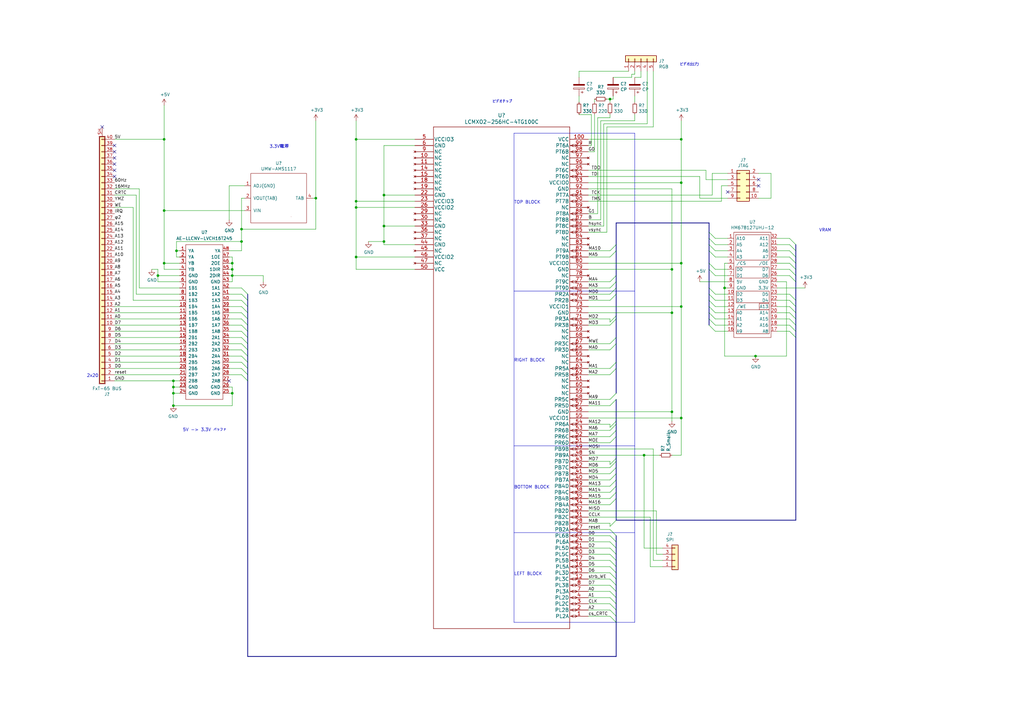
<source format=kicad_sch>
(kicad_sch (version 20250114) (generator "eeschema") (generator_version "9.0")
  (paper "A3")
  (lib_symbols
    (symbol "Connector_Generic:Conn_01x04" (pin_names (offset 1.016) (hide yes))
      (property "Reference" "J" (at 0 5.08 0))
      (property "Value" "Conn_01x04" (at 0 -7.62 0))
      (symbol "Conn_01x04_1_1"
        (pin passive line (at -5.08 2.54 0) (length 3.81) (name "Pin_1") (number "1"))
        (pin passive line (at -5.08 0 0) (length 3.81) (name "Pin_2") (number "2"))
        (pin passive line (at -5.08 -2.54 0) (length 3.81) (name "Pin_3") (number "3"))
        (pin passive line (at -5.08 -5.08 0) (length 3.81) (name "Pin_4") (number "4"))
      )
    )
    (symbol "Connector_Generic:Conn_01x05" (pin_names (offset 1.016) (hide yes))
      (property "Reference" "J" (at 0 7.62 0))
      (property "Value" "Conn_01x05" (at 0 -7.62 0))
      (symbol "Conn_01x05_1_1"
        (pin passive line (at -5.08 5.08 0) (length 3.81) (name "Pin_1") (number "1"))
        (pin passive line (at -5.08 2.54 0) (length 3.81) (name "Pin_2") (number "2"))
        (pin passive line (at -5.08 0 0) (length 3.81) (name "Pin_3") (number "3"))
        (pin passive line (at -5.08 -2.54 0) (length 3.81) (name "Pin_4") (number "4"))
        (pin passive line (at -5.08 -5.08 0) (length 3.81) (name "Pin_5") (number "5"))
      )
    )
    (symbol "Connector_Generic:Conn_02x05_Odd_Even" (pin_names (offset 1.016) (hide yes))
      (property "Reference" "J" (at 1.27 7.62 0))
      (property "Value" "Conn_02x05_Odd_Even" (at 1.27 -7.62 0))
      (symbol "Conn_02x05_Odd_Even_1_1"
        (pin passive line (at -5.08 5.08 0) (length 3.81) (name "Pin_1") (number "1"))
        (pin passive line (at -5.08 2.54 0) (length 3.81) (name "Pin_3") (number "3"))
        (pin passive line (at -5.08 0 0) (length 3.81) (name "Pin_5") (number "5"))
        (pin passive line (at -5.08 -2.54 0) (length 3.81) (name "Pin_7") (number "7"))
        (pin passive line (at -5.08 -5.08 0) (length 3.81) (name "Pin_9") (number "9"))
        (pin passive line (at 7.62 5.08 180) (length 3.81) (name "Pin_2") (number "2"))
        (pin passive line (at 7.62 2.54 180) (length 3.81) (name "Pin_4") (number "4"))
        (pin passive line (at 7.62 0 180) (length 3.81) (name "Pin_6") (number "6"))
        (pin passive line (at 7.62 -2.54 180) (length 3.81) (name "Pin_8") (number "8"))
        (pin passive line (at 7.62 -5.08 180) (length 3.81) (name "Pin_10") (number "10"))
      )
    )
    (symbol "Connector_Generic_Shielded:Conn_01x40_Shielded" (pin_names (offset 1.016) (hide yes))
      (property "Reference" "J" (at 0.254 50.546 0))
      (property "Value" "Conn_01x40_Shielded" (at 1.016 -53.086 0))
      (symbol "Conn_01x40_Shielded_1_1"
        (pin passive line (at -5.08 48.26 0) (length 4.064) (name "Pin_1") (number "1"))
        (pin passive line (at -5.08 45.72 0) (length 4.064) (name "Pin_2") (number "2"))
        (pin passive line (at -5.08 43.18 0) (length 4.064) (name "Pin_3") (number "3"))
        (pin passive line (at -5.08 40.64 0) (length 4.064) (name "Pin_4") (number "4"))
        (pin passive line (at -5.08 38.1 0) (length 4.064) (name "Pin_5") (number "5"))
        (pin passive line (at -5.08 35.56 0) (length 4.064) (name "Pin_6") (number "6"))
        (pin passive line (at -5.08 33.02 0) (length 4.064) (name "Pin_7") (number "7"))
        (pin passive line (at -5.08 30.48 0) (length 4.064) (name "Pin_8") (number "8"))
        (pin passive line (at -5.08 27.94 0) (length 4.064) (name "Pin_9") (number "9"))
        (pin passive line (at -5.08 25.4 0) (length 4.064) (name "Pin_10") (number "10"))
        (pin passive line (at -5.08 22.86 0) (length 4.064) (name "Pin_11") (number "11"))
        (pin passive line (at -5.08 20.32 0) (length 4.064) (name "Pin_12") (number "12"))
        (pin passive line (at -5.08 17.78 0) (length 4.064) (name "Pin_13") (number "13"))
        (pin passive line (at -5.08 15.24 0) (length 4.064) (name "Pin_14") (number "14"))
        (pin passive line (at -5.08 12.7 0) (length 4.064) (name "Pin_15") (number "15"))
        (pin passive line (at -5.08 10.16 0) (length 4.064) (name "Pin_16") (number "16"))
        (pin passive line (at -5.08 7.62 0) (length 4.064) (name "Pin_17") (number "17"))
        (pin passive line (at -5.08 5.08 0) (length 4.064) (name "Pin_18") (number "18"))
        (pin passive line (at -5.08 2.54 0) (length 4.064) (name "Pin_19") (number "19"))
        (pin passive line (at -5.08 0 0) (length 4.064) (name "Pin_20") (number "20"))
        (pin passive line (at -5.08 -2.54 0) (length 4.064) (name "Pin_21") (number "21"))
        (pin passive line (at -5.08 -5.08 0) (length 4.064) (name "Pin_22") (number "22"))
        (pin passive line (at -5.08 -7.62 0) (length 4.064) (name "Pin_23") (number "23"))
        (pin passive line (at -5.08 -10.16 0) (length 4.064) (name "Pin_24") (number "24"))
        (pin passive line (at -5.08 -12.7 0) (length 4.064) (name "Pin_25") (number "25"))
        (pin passive line (at -5.08 -15.24 0) (length 4.064) (name "Pin_26") (number "26"))
        (pin passive line (at -5.08 -17.78 0) (length 4.064) (name "Pin_27") (number "27"))
        (pin passive line (at -5.08 -20.32 0) (length 4.064) (name "Pin_28") (number "28"))
        (pin passive line (at -5.08 -22.86 0) (length 4.064) (name "Pin_29") (number "29"))
        (pin passive line (at -5.08 -25.4 0) (length 4.064) (name "Pin_30") (number "30"))
        (pin passive line (at -5.08 -27.94 0) (length 4.064) (name "Pin_31") (number "31"))
        (pin passive line (at -5.08 -30.48 0) (length 4.064) (name "Pin_32") (number "32"))
        (pin passive line (at -5.08 -33.02 0) (length 4.064) (name "Pin_33") (number "33"))
        (pin passive line (at -5.08 -35.56 0) (length 4.064) (name "Pin_34") (number "34"))
        (pin passive line (at -5.08 -38.1 0) (length 4.064) (name "Pin_35") (number "35"))
        (pin passive line (at -5.08 -40.64 0) (length 4.064) (name "Pin_36") (number "36"))
        (pin passive line (at -5.08 -43.18 0) (length 4.064) (name "Pin_37") (number "37"))
        (pin passive line (at -5.08 -45.72 0) (length 4.064) (name "Pin_38") (number "38"))
        (pin passive line (at -5.08 -48.26 0) (length 4.064) (name "Pin_39") (number "39"))
        (pin passive line (at -5.08 -50.8 0) (length 4.064) (name "Pin_40") (number "40"))
        (pin passive line (at 0 -55.88 90) (length 3.81) (name "Shield") (number "SH"))
      )
    )
    (symbol "Device:R_Small" (pin_numbers (hide yes)) (pin_names (offset 0.254) (hide yes))
      (property "Reference" "R" (at 0.762 0.508 0))
      (property "Value" "R_Small" (at 0.762 -1.016 0))
      (symbol "R_Small_1_1"
        (pin passive line (at 0 2.54 270) (length 0.762) (name "~") (number "1"))
        (pin passive line (at 0 -2.54 90) (length 0.762) (name "~") (number "2"))
      )
    )
    (symbol "FxT-65-ChDz-rescue:+3.3V-power" (power) (pin_names (offset 0))
      (property "Value" "+3.3V-power" (at 0 3.556 0))
      (symbol "+3.3V-power_1_1"
        (pin power_in line (at 0 0 90) (length 0) (hide yes) (name "+3V3") (number "1"))
      )
    )
    (symbol "FxT-65-ChDz-rescue:AE-LLCNV-LVCH16T245-ponzu840w" (pin_names (offset 1.016))
      (property "Reference" "U" (at 0 36.068 0))
      (property "Value" "AE-LLCNV-LVCH16T245-ponzu840w" (at 0.254 33.528 0))
      (symbol "AE-LLCNV-LVCH16T245-ponzu840w_1_1"
        (pin input line (at -10.16 27.94 0) (length 2.54) (name "YA") (number "1"))
        (pin input line (at -10.16 25.4 0) (length 2.54) (name "YA") (number "2"))
        (pin input line (at -10.16 22.86 0) (length 2.54) (name "YB") (number "3"))
        (pin input line (at -10.16 20.32 0) (length 2.54) (name "YB") (number "4"))
        (pin input line (at -10.16 17.78 0) (length 2.54) (name "GND") (number "5"))
        (pin input line (at -10.16 15.24 0) (length 2.54) (name "GND") (number "6"))
        (pin input line (at -10.16 12.7 0) (length 2.54) (name "1B1") (number "7"))
        (pin input line (at -10.16 10.16 0) (length 2.54) (name "1B2") (number "8"))
        (pin input line (at -10.16 7.62 0) (length 2.54) (name "1B3") (number "9"))
        (pin input line (at -10.16 5.08 0) (length 2.54) (name "1B4") (number "10"))
        (pin input line (at -10.16 2.54 0) (length 2.54) (name "1B5") (number "11"))
        (pin input line (at -10.16 0 0) (length 2.54) (name "1B6") (number "12"))
        (pin input line (at -10.16 -2.54 0) (length 2.54) (name "1B7") (number "13"))
        (pin input line (at -10.16 -5.08 0) (length 2.54) (name "1B8") (number "14"))
        (pin input line (at -10.16 -7.62 0) (length 2.54) (name "2B1") (number "15"))
        (pin input line (at -10.16 -10.16 0) (length 2.54) (name "2B2") (number "16"))
        (pin input line (at -10.16 -12.7 0) (length 2.54) (name "2B3") (number "17"))
        (pin input line (at -10.16 -15.24 0) (length 2.54) (name "2B4") (number "18"))
        (pin input line (at -10.16 -17.78 0) (length 2.54) (name "2B5") (number "19"))
        (pin input line (at -10.16 -20.32 0) (length 2.54) (name "2B6") (number "20"))
        (pin input line (at -10.16 -22.86 0) (length 2.54) (name "2B7") (number "21"))
        (pin input line (at -10.16 -25.4 0) (length 2.54) (name "2B8") (number "22"))
        (pin input line (at -10.16 -27.94 0) (length 2.54) (name "GND") (number "23"))
        (pin input line (at -10.16 -30.48 0) (length 2.54) (name "GND") (number "24"))
        (pin input line (at 10.16 27.94 180) (length 2.54) (name "YA") (number "48"))
        (pin input line (at 10.16 25.4 180) (length 2.54) (name "1OE") (number "47"))
        (pin input line (at 10.16 22.86 180) (length 2.54) (name "2OE") (number "46"))
        (pin input line (at 10.16 20.32 180) (length 2.54) (name "1DIR") (number "45"))
        (pin input line (at 10.16 17.78 180) (length 2.54) (name "2DIR") (number "44"))
        (pin input line (at 10.16 15.24 180) (length 2.54) (name "GND") (number "43"))
        (pin input line (at 10.16 12.7 180) (length 2.54) (name "1A1") (number "42"))
        (pin input line (at 10.16 10.16 180) (length 2.54) (name "1A2") (number "41"))
        (pin input line (at 10.16 7.62 180) (length 2.54) (name "1A3") (number "40"))
        (pin input line (at 10.16 5.08 180) (length 2.54) (name "1A4") (number "39"))
        (pin input line (at 10.16 2.54 180) (length 2.54) (name "1A5") (number "38"))
        (pin input line (at 10.16 0 180) (length 2.54) (name "1A6") (number "37"))
        (pin input line (at 10.16 -2.54 180) (length 2.54) (name "1A7") (number "36"))
        (pin input line (at 10.16 -5.08 180) (length 2.54) (name "1A8") (number "35"))
        (pin input line (at 10.16 -7.62 180) (length 2.54) (name "2A1") (number "34"))
        (pin input line (at 10.16 -10.16 180) (length 2.54) (name "2A2") (number "33"))
        (pin input line (at 10.16 -12.7 180) (length 2.54) (name "2A3") (number "32"))
        (pin input line (at 10.16 -15.24 180) (length 2.54) (name "2A4") (number "31"))
        (pin input line (at 10.16 -17.78 180) (length 2.54) (name "2A5") (number "30"))
        (pin input line (at 10.16 -20.32 180) (length 2.54) (name "2A6") (number "29"))
        (pin input line (at 10.16 -22.86 180) (length 2.54) (name "2A7") (number "28"))
        (pin input line (at 10.16 -25.4 180) (length 2.54) (name "2A8") (number "27"))
        (pin input line (at 10.16 -27.94 180) (length 2.54) (name "GND") (number "26"))
        (pin input line (at 10.16 -30.48 180) (length 2.54) (name "GND") (number "25"))
      )
    )
    (symbol "FxT-65-ChDz-rescue:CP-Device" (pin_numbers (hide yes)) (pin_names (offset 0.254))
      (property "Reference" "C" (at 0.635 2.54 0))
      (property "Value" "CP-Device" (at 0.635 -2.54 0))
      (symbol "CP-Device_1_1"
        (pin passive line (at 0 3.81 270) (length 2.794) (name "~") (number "1"))
        (pin passive line (at 0 -3.81 90) (length 2.794) (name "~") (number "2"))
      )
    )
    (symbol "FxT-65-ChDz-rescue:HM678127UHJ-12-ponzu840w" (pin_names (offset 1.016))
      (property "Reference" "U" (at 0 4.572 0))
      (property "Value" "HM678127UHJ-12-ponzu840w" (at -0.254 2.54 0))
      (symbol "HM678127UHJ-12-ponzu840w_1_1"
        (pin input line (at -10.16 -2.54 0) (length 2.54) (name "A10") (number "1"))
        (pin input line (at -10.16 -5.08 0) (length 2.54) (name "A5") (number "2"))
        (pin input line (at -10.16 -7.62 0) (length 2.54) (name "A4") (number "3"))
        (pin input line (at -10.16 -10.16 0) (length 2.54) (name "A3") (number "4"))
        (pin input line (at -10.16 -12.7 0) (length 2.54) (name "/CS") (number "5"))
        (pin input line (at -10.16 -15.24 0) (length 2.54) (name "D0") (number "6"))
        (pin input line (at -10.16 -17.78 0) (length 2.54) (name "D1") (number "7"))
        (pin input line (at -10.16 -20.32 0) (length 2.54) (name "5V") (number "8"))
        (pin input line (at -10.16 -22.86 0) (length 2.54) (name "GND") (number "9"))
        (pin input line (at -10.16 -25.4 0) (length 2.54) (name "D2") (number "10"))
        (pin input line (at -10.16 -27.94 0) (length 2.54) (name "D3") (number "11"))
        (pin input line (at -10.16 -30.48 0) (length 2.54) (name "/WE") (number "12"))
        (pin input line (at -10.16 -33.02 0) (length 2.54) (name "A0") (number "13"))
        (pin input line (at -10.16 -35.56 0) (length 2.54) (name "A1") (number "14"))
        (pin input line (at -10.16 -38.1 0) (length 2.54) (name "A2") (number "15"))
        (pin input line (at -10.16 -40.64 0) (length 2.54) (name "A9") (number "16"))
        (pin input line (at 10.16 -2.54 180) (length 2.54) (name "A11") (number "32"))
        (pin input line (at 10.16 -5.08 180) (length 2.54) (name "A12") (number "31"))
        (pin input line (at 10.16 -7.62 180) (length 2.54) (name "A6") (number "30"))
        (pin input line (at 10.16 -10.16 180) (length 2.54) (name "A7") (number "29"))
        (pin input line (at 10.16 -12.7 180) (length 2.54) (name "/OE") (number "28"))
        (pin input line (at 10.16 -15.24 180) (length 2.54) (name "D7") (number "27"))
        (pin input line (at 10.16 -17.78 180) (length 2.54) (name "D6") (number "26"))
        (pin input line (at 10.16 -20.32 180) (length 2.54) (name "GND") (number "25"))
        (pin input line (at 10.16 -22.86 180) (length 2.54) (name "3.3V") (number "24"))
        (pin input line (at 10.16 -25.4 180) (length 2.54) (name "D5") (number "23"))
        (pin input line (at 10.16 -27.94 180) (length 2.54) (name "D4") (number "22"))
        (pin input line (at 10.16 -30.48 180) (length 2.54) (name "A13") (number "21"))
        (pin input line (at 10.16 -33.02 180) (length 2.54) (name "A14") (number "20"))
        (pin input line (at 10.16 -35.56 180) (length 2.54) (name "A15") (number "19"))
        (pin input line (at 10.16 -38.1 180) (length 2.54) (name "A16") (number "18"))
        (pin input line (at 10.16 -40.64 180) (length 2.54) (name "A8") (number "17"))
      )
    )
    (symbol "FxT-65-ChDz-rescue:LCMXO2-256HC-4TG100C-2022-08-24_16-19-17" (pin_names (offset 0.254))
      (property "Reference" "U" (at 35.56 10.16 0))
      (property "Value" "LCMXO2-256HC-4TG100C-2022-08-24_16-19-17" (at 35.56 7.62 0))
      (symbol "LCMXO2-256HC-4TG100C-2022-08-24_16-19-17_1_1"
        (pin power_in line (at 0 0 0) (length 7.62) (name "VCCIO3") (number "5"))
        (pin power_in line (at 0 -2.54 0) (length 7.62) (name "GND") (number "6"))
        (pin no_connect line (at 0 -5.08 0) (length 7.62) (name "NC") (number "9"))
        (pin no_connect line (at 0 -7.62 0) (length 7.62) (name "NC") (number "10"))
        (pin no_connect line (at 0 -10.16 0) (length 7.62) (name "NC") (number "11"))
        (pin no_connect line (at 0 -12.7 0) (length 7.62) (name "NC") (number "14"))
        (pin no_connect line (at 0 -15.24 0) (length 7.62) (name "NC") (number "15"))
        (pin no_connect line (at 0 -17.78 0) (length 7.62) (name "NC") (number "18"))
        (pin no_connect line (at 0 -20.32 0) (length 7.62) (name "NC") (number "19"))
        (pin power_in line (at 0 -22.86 0) (length 7.62) (name "GND") (number "22"))
        (pin power_in line (at 0 -25.4 0) (length 7.62) (name "VCCIO3") (number "23"))
        (pin power_in line (at 0 -27.94 0) (length 7.62) (name "VCCIO2") (number "26"))
        (pin no_connect line (at 0 -30.48 0) (length 7.62) (name "NC") (number "29"))
        (pin no_connect line (at 0 -33.02 0) (length 7.62) (name "NC") (number "30"))
        (pin power_in line (at 0 -35.56 0) (length 7.62) (name "GND") (number "33"))
        (pin no_connect line (at 0 -38.1 0) (length 7.62) (name "NC") (number "36"))
        (pin no_connect line (at 0 -40.64 0) (length 7.62) (name "NC") (number "37"))
        (pin power_in line (at 0 -43.18 0) (length 7.62) (name "GND") (number "44"))
        (pin no_connect line (at 0 -45.72 0) (length 7.62) (name "NC") (number "45"))
        (pin power_in line (at 0 -48.26 0) (length 7.62) (name "VCCIO2") (number "46"))
        (pin no_connect line (at 0 -50.8 0) (length 7.62) (name "NC") (number "47"))
        (pin power_in line (at 0 -53.34 0) (length 7.62) (name "VCC") (number "50"))
        (pin power_in line (at 71.12 0 180) (length 7.62) (name "VCC") (number "100"))
        (pin bidirectional line (at 71.12 -2.54 180) (length 7.62) (name "PT6A") (number "99"))
        (pin bidirectional line (at 71.12 -5.08 180) (length 7.62) (name "PT6B") (number "98"))
        (pin no_connect line (at 71.12 -7.62 180) (length 7.62) (name "NC") (number "97"))
        (pin no_connect line (at 71.12 -10.16 180) (length 7.62) (name "NC") (number "96"))
        (pin bidirectional line (at 71.12 -12.7 180) (length 7.62) (name "PT6C") (number "95"))
        (pin bidirectional line (at 71.12 -15.24 180) (length 7.62) (name "PT6D") (number "94"))
        (pin power_in line (at 71.12 -17.78 180) (length 7.62) (name "VCCIO0") (number "93"))
        (pin power_in line (at 71.12 -20.32 180) (length 7.62) (name "GND") (number "92"))
        (pin bidirectional line (at 71.12 -22.86 180) (length 7.62) (name "PT7A") (number "91"))
        (pin bidirectional line (at 71.12 -25.4 180) (length 7.62) (name "PT7B") (number "90"))
        (pin no_connect line (at 71.12 -27.94 180) (length 7.62) (name "NC") (number "89"))
        (pin bidirectional line (at 71.12 -30.48 180) (length 7.62) (name "PT8A") (number "88"))
        (pin bidirectional line (at 71.12 -33.02 180) (length 7.62) (name "PT8B") (number "87"))
        (pin bidirectional line (at 71.12 -35.56 180) (length 7.62) (name "PT8C") (number "86"))
        (pin bidirectional line (at 71.12 -38.1 180) (length 7.62) (name "PT8D") (number "85"))
        (pin no_connect line (at 71.12 -40.64 180) (length 7.62) (name "NC") (number "84"))
        (pin no_connect line (at 71.12 -43.18 180) (length 7.62) (name "NC") (number "83"))
        (pin bidirectional line (at 71.12 -45.72 180) (length 7.62) (name "PT9A") (number "82"))
        (pin bidirectional line (at 71.12 -48.26 180) (length 7.62) (name "PT9B") (number "81"))
        (pin power_in line (at 71.12 -50.8 180) (length 7.62) (name "VCCIO0") (number "80"))
        (pin power_in line (at 71.12 -53.34 180) (length 7.62) (name "GND") (number "79"))
        (pin no_connect line (at 71.12 -55.88 180) (length 7.62) (name "NC") (number "78"))
        (pin bidirectional line (at 71.12 -58.42 180) (length 7.62) (name "PT9C") (number "77"))
        (pin bidirectional line (at 71.12 -60.96 180) (length 7.62) (name "PT9D") (number "76"))
        (pin bidirectional line (at 71.12 -63.5 180) (length 7.62) (name "PR2A") (number "75"))
        (pin bidirectional line (at 71.12 -66.04 180) (length 7.62) (name "PR2B") (number "74"))
        (pin power_in line (at 71.12 -68.58 180) (length 7.62) (name "VCCIO1") (number "73"))
        (pin power_in line (at 71.12 -71.12 180) (length 7.62) (name "GND") (number "72"))
        (pin bidirectional line (at 71.12 -73.66 180) (length 7.62) (name "PR3A") (number "71"))
        (pin bidirectional line (at 71.12 -76.2 180) (length 7.62) (name "PR3B") (number "70"))
        (pin no_connect line (at 71.12 -78.74 180) (length 7.62) (name "NC") (number "69"))
        (pin no_connect line (at 71.12 -81.28 180) (length 7.62) (name "NC") (number "68"))
        (pin bidirectional line (at 71.12 -83.82 180) (length 7.62) (name "PR3C") (number "67"))
        (pin bidirectional line (at 71.12 -86.36 180) (length 7.62) (name "PR3D") (number "66"))
        (pin no_connect line (at 71.12 -88.9 180) (length 7.62) (name "NC") (number "65"))
        (pin no_connect line (at 71.12 -91.44 180) (length 7.62) (name "NC") (number "64"))
        (pin bidirectional line (at 71.12 -93.98 180) (length 7.62) (name "PR5A") (number "63"))
        (pin bidirectional line (at 71.12 -96.52 180) (length 7.62) (name "PR5B") (number "62"))
        (pin no_connect line (at 71.12 -99.06 180) (length 7.62) (name "NC") (number "61"))
        (pin no_connect line (at 71.12 -101.6 180) (length 7.62) (name "NC") (number "60"))
        (pin no_connect line (at 71.12 -104.14 180) (length 7.62) (name "NC") (number "59"))
        (pin bidirectional line (at 71.12 -106.68 180) (length 7.62) (name "PR5C") (number "58"))
        (pin bidirectional line (at 71.12 -109.22 180) (length 7.62) (name "PR5D") (number "57"))
        (pin power_in line (at 71.12 -111.76 180) (length 7.62) (name "GND") (number "56"))
        (pin power_in line (at 71.12 -114.3 180) (length 7.62) (name "VCCIO1") (number "55"))
        (pin bidirectional line (at 71.12 -116.84 180) (length 7.62) (name "PR6A") (number "54"))
        (pin bidirectional line (at 71.12 -119.38 180) (length 7.62) (name "PR6B") (number "53"))
        (pin bidirectional line (at 71.12 -121.92 180) (length 7.62) (name "PR6C") (number "52"))
        (pin bidirectional line (at 71.12 -124.46 180) (length 7.62) (name "PR6D") (number "51"))
        (pin bidirectional line (at 71.12 -127 180) (length 7.62) (name "PB9B") (number "49"))
        (pin bidirectional line (at 71.12 -129.54 180) (length 7.62) (name "PB9A") (number "48"))
        (pin bidirectional line (at 71.12 -132.08 180) (length 7.62) (name "PB7D") (number "43"))
        (pin bidirectional line (at 71.12 -134.62 180) (length 7.62) (name "PB7C") (number "42"))
        (pin bidirectional line (at 71.12 -137.16 180) (length 7.62) (name "PB7B") (number "41"))
        (pin bidirectional line (at 71.12 -139.7 180) (length 7.62) (name "PB7A") (number "40"))
        (pin bidirectional line (at 71.12 -142.24 180) (length 7.62) (name "PB4D") (number "39"))
        (pin bidirectional line (at 71.12 -144.78 180) (length 7.62) (name "PB4C") (number "38"))
        (pin bidirectional line (at 71.12 -147.32 180) (length 7.62) (name "PB4B") (number "35"))
        (pin bidirectional line (at 71.12 -149.86 180) (length 7.62) (name "PB4A") (number "34"))
        (pin bidirectional line (at 71.12 -152.4 180) (length 7.62) (name "PB2D") (number "32"))
        (pin bidirectional line (at 71.12 -154.94 180) (length 7.62) (name "PB2C") (number "31"))
        (pin bidirectional line (at 71.12 -157.48 180) (length 7.62) (name "PB2B") (number "28"))
        (pin bidirectional line (at 71.12 -160.02 180) (length 7.62) (name "PB2A") (number "27"))
        (pin bidirectional line (at 71.12 -162.56 180) (length 7.62) (name "PL6B") (number "25"))
        (pin bidirectional line (at 71.12 -165.1 180) (length 7.62) (name "PL6A") (number "24"))
        (pin bidirectional line (at 71.12 -167.64 180) (length 7.62) (name "PL5D") (number "21"))
        (pin bidirectional line (at 71.12 -170.18 180) (length 7.62) (name "PL5C") (number "20"))
        (pin bidirectional line (at 71.12 -172.72 180) (length 7.62) (name "PL5B") (number "17"))
        (pin bidirectional line (at 71.12 -175.26 180) (length 7.62) (name "PL5A") (number "16"))
        (pin bidirectional line (at 71.12 -177.8 180) (length 7.62) (name "PL3D") (number "13"))
        (pin bidirectional line (at 71.12 -180.34 180) (length 7.62) (name "PL3C") (number "12"))
        (pin bidirectional line (at 71.12 -182.88 180) (length 7.62) (name "PL3B") (number "8"))
        (pin bidirectional line (at 71.12 -185.42 180) (length 7.62) (name "PL3A") (number "7"))
        (pin bidirectional line (at 71.12 -187.96 180) (length 7.62) (name "PL2D") (number "4"))
        (pin bidirectional line (at 71.12 -190.5 180) (length 7.62) (name "PL2C") (number "3"))
        (pin bidirectional line (at 71.12 -193.04 180) (length 7.62) (name "PL2B") (number "2"))
        (pin bidirectional line (at 71.12 -195.58 180) (length 7.62) (name "PL2A") (number "1"))
      )
    )
    (symbol "FxT-65-ChDz-rescue:UMW-AMS1117-ponzu840w" (pin_names (offset 1.016))
      (property "Reference" "U" (at -2.54 13.97 0))
      (property "Value" "UMW-AMS1117-ponzu840w" (at 0 11.43 0))
      (symbol "UMW-AMS1117-ponzu840w_1_1"
        (pin power_in line (at -13.97 5.08 0) (length 2.54) (name "ADJ(GND)") (number "1"))
        (pin power_out line (at -13.97 0 0) (length 2.54) (name "VOUT(TAB)") (number "2"))
        (pin power_in line (at -13.97 -5.08 0) (length 2.54) (name "VIN") (number "3"))
        (pin output line (at 13.97 0 180) (length 2.54) (name "TAB") (number "4"))
      )
    )
    (symbol "power:+5V" (power) (pin_names (offset 0))
      (property "Value" "+5V" (at 0 3.556 0))
      (symbol "+5V_1_1"
        (pin power_in line (at 0 0 90) (length 0) (hide yes) (name "+5V") (number "1"))
      )
    )
    (symbol "power:GND" (power) (pin_names (offset 0))
      (property "Value" "GND" (at 0 -3.81 0))
      (symbol "GND_1_1"
        (pin power_in line (at 0 0 270) (length 0) (hide yes) (name "GND") (number "1"))
      )
    )
  )
  (text "RIGHT BLOCK" (at 210.82 148.59 0) (effects (font (size 1.27 1.27)) (justify left bottom)))
  (text "BOTTOM BLOCK" (at 210.82 200.66 0) (effects (font (size 1.27 1.27)) (justify left bottom)))
  (text "ビデオ出力" (at 278.765 27.305 0) (effects (font (size 1.27 1.27)) (justify left bottom)))
  (text "2x20" (at 35.56 154.94 0) (effects (font (size 1.27 1.27)) (justify left bottom)))
  (text "VRAM" (at 335.915 95.25 0) (effects (font (size 1.27 1.27)) (justify left bottom)))
  (text "TOP BLOCK" (at 210.82 83.82 0) (effects (font (size 1.27 1.27)) (justify left bottom)))
  (text "3.3V電源" (at 110.49 60.96 0) (effects (font (size 1.27 1.27)) (justify left bottom)))
  (text "ビデオチップ" (at 201.93 42.545 0) (effects (font (size 1.27 1.27)) (justify left bottom)))
  (text "5V -> 3.3V バッファ" (at 74.93 177.165 0) (effects (font (size 1.27 1.27)) (justify left bottom)))
  (text "LEFT BLOCK" (at 210.82 236.22 0) (effects (font (size 1.27 1.27)) (justify left bottom)))
  (junction (at 71.12 161.29))
  (junction (at 129.54 81.28))
  (junction (at 279.4 57.15))
  (junction (at 99.06 99.06))
  (junction (at 157.48 99.06))
  (junction (at 275.59 110.49))
  (junction (at 67.31 86.36))
  (junction (at 279.4 125.73))
  (junction (at 95.25 110.49))
  (junction (at 279.4 74.93))
  (junction (at 67.31 57.15))
  (junction (at 297.18 118.11))
  (junction (at 157.48 92.71))
  (junction (at 309.88 146.05))
  (junction (at 146.05 85.09))
  (junction (at 157.48 80.01))
  (junction (at 95.25 113.03))
  (junction (at 279.4 171.45))
  (junction (at 250.19 40.64))
  (junction (at 99.06 93.98))
  (junction (at 279.4 107.95))
  (junction (at 146.05 82.55))
  (junction (at 64.77 113.03))
  (junction (at 71.12 166.37))
  (junction (at 275.59 128.27))
  (junction (at 264.16 186.69))
  (junction (at 67.31 107.95))
  (junction (at 95.25 107.95))
  (junction (at 72.39 102.87))
  (junction (at 71.12 156.21))
  (junction (at 146.05 57.15))
  (junction (at 95.25 161.29))
  (junction (at 275.59 168.91))
  (junction (at 146.05 105.41))
  (junction (at 71.12 158.75))
  (no_connect (at 46.99 69.85))
  (no_connect (at 311.15 73.66))
  (no_connect (at 311.15 76.2))
  (no_connect (at 46.99 72.39))
  (no_connect (at 46.99 64.77))
  (no_connect (at 46.99 59.69))
  (no_connect (at 41.91 52.07))
  (no_connect (at 298.45 78.74))
  (no_connect (at 93.98 156.21))
  (no_connect (at 46.99 62.23))
  (no_connect (at 46.99 67.31))
  (bus_entry (at 323.85 105.41) (size 2.54 2.54))
  (bus_entry (at 323.85 130.81) (size 2.54 2.54))
  (bus_entry (at 250.19 201.93) (size 2.54 -2.54))
  (bus_entry (at 290.83 133.35) (size 2.54 2.54))
  (bus_entry (at 323.85 123.19) (size 2.54 2.54))
  (bus_entry (at 99.06 140.97) (size 2.54 2.54))
  (bus_entry (at 250.19 224.79) (size 2.54 2.54))
  (bus_entry (at 323.85 107.95) (size 2.54 2.54))
  (bus_entry (at 252.73 129.54) (size -2.54 2.54))
  (bus_entry (at 250.19 194.31) (size 2.54 -2.54))
  (bus_entry (at 323.85 120.65) (size 2.54 2.54))
  (bus_entry (at 99.06 148.59) (size 2.54 2.54))
  (bus_entry (at 252.73 100.33) (size -2.54 2.54))
  (bus_entry (at 252.73 163.83) (size -2.54 2.54))
  (bus_entry (at 290.83 128.27) (size 2.54 2.54))
  (bus_entry (at 99.06 118.11) (size 2.54 2.54))
  (bus_entry (at 252.73 102.87) (size -2.54 2.54))
  (bus_entry (at 250.19 250.19) (size 2.54 2.54))
  (bus_entry (at 290.83 120.65) (size 2.54 2.54))
  (bus_entry (at 250.19 222.25) (size 2.54 2.54))
  (bus_entry (at 290.83 97.79) (size 2.54 2.54))
  (bus_entry (at 252.73 120.65) (size -2.54 2.54))
  (bus_entry (at 250.19 175.26) (size 2.54 -2.54))
  (bus_entry (at 252.73 138.43) (size -2.54 2.54))
  (bus_entry (at 252.73 118.11) (size -2.54 2.54))
  (bus_entry (at 290.83 107.95) (size 2.54 2.54))
  (bus_entry (at 290.83 118.11) (size 2.54 2.54))
  (bus_entry (at 323.85 100.33) (size 2.54 2.54))
  (bus_entry (at 250.19 191.77) (size 2.54 -2.54))
  (bus_entry (at 323.85 102.87) (size 2.54 2.54))
  (bus_entry (at 290.83 100.33) (size 2.54 2.54))
  (bus_entry (at 250.19 229.87) (size 2.54 2.54))
  (bus_entry (at 99.06 135.89) (size 2.54 2.54))
  (bus_entry (at 250.19 179.07) (size 2.54 -2.54))
  (bus_entry (at 290.83 130.81) (size 2.54 2.54))
  (bus_entry (at 250.19 196.85) (size 2.54 -2.54))
  (bus_entry (at 250.19 181.61) (size 2.54 -2.54))
  (bus_entry (at 252.73 113.03) (size -2.54 2.54))
  (bus_entry (at 250.19 207.01) (size 2.54 -2.54))
  (bus_entry (at 252.73 187.96) (size -2.54 2.54))
  (bus_entry (at 250.19 234.95) (size 2.54 2.54))
  (bus_entry (at 252.73 115.57) (size -2.54 2.54))
  (bus_entry (at 323.85 125.73) (size 2.54 2.54))
  (bus_entry (at 250.19 227.33) (size 2.54 2.54))
  (bus_entry (at 323.85 97.79) (size 2.54 2.54))
  (bus_entry (at 323.85 110.49) (size 2.54 2.54))
  (bus_entry (at 252.73 213.36) (size -2.54 2.54))
  (bus_entry (at 99.06 123.19) (size 2.54 2.54))
  (bus_entry (at 250.19 240.03) (size 2.54 2.54))
  (bus_entry (at 99.06 125.73) (size 2.54 2.54))
  (bus_entry (at 252.73 151.13) (size -2.54 2.54))
  (bus_entry (at 250.19 242.57) (size 2.54 2.54))
  (bus_entry (at 99.06 143.51) (size 2.54 2.54))
  (bus_entry (at 290.83 110.49) (size 2.54 2.54))
  (bus_entry (at 99.06 146.05) (size 2.54 2.54))
  (bus_entry (at 250.19 217.17) (size 2.54 2.54))
  (bus_entry (at 290.83 102.87) (size 2.54 2.54))
  (bus_entry (at 252.73 130.81) (size -2.54 2.54))
  (bus_entry (at 99.06 130.81) (size 2.54 2.54))
  (bus_entry (at 99.06 138.43) (size 2.54 2.54))
  (bus_entry (at 252.73 161.29) (size -2.54 2.54))
  (bus_entry (at 250.19 219.71) (size 2.54 2.54))
  (bus_entry (at 250.19 245.11) (size 2.54 2.54))
  (bus_entry (at 99.06 133.35) (size 2.54 2.54))
  (bus_entry (at 290.83 125.73) (size 2.54 2.54))
  (bus_entry (at 323.85 135.89) (size 2.54 2.54))
  (bus_entry (at 250.19 247.65) (size 2.54 2.54))
  (bus_entry (at 323.85 128.27) (size 2.54 2.54))
  (bus_entry (at 250.19 204.47) (size 2.54 -2.54))
  (bus_entry (at 99.06 153.67) (size 2.54 2.54))
  (bus_entry (at 250.19 199.39) (size 2.54 -2.54))
  (bus_entry (at 250.19 237.49) (size 2.54 2.54))
  (bus_entry (at 290.83 123.19) (size 2.54 2.54))
  (bus_entry (at 290.83 95.25) (size 2.54 2.54))
  (bus_entry (at 99.06 120.65) (size 2.54 2.54))
  (bus_entry (at 99.06 128.27) (size 2.54 2.54))
  (bus_entry (at 99.06 151.13) (size 2.54 2.54))
  (bus_entry (at 250.19 232.41) (size 2.54 2.54))
  (bus_entry (at 323.85 133.35) (size 2.54 2.54))
  (bus_entry (at 250.19 252.73) (size 2.54 2.54))
  (bus_entry (at 250.19 176.53) (size 2.54 -2.54))
  (bus_entry (at 252.73 148.59) (size -2.54 2.54))
  (bus_entry (at 323.85 113.03) (size 2.54 2.54))
  (bus_entry (at 252.73 140.97) (size -2.54 2.54))
  (wire (pts (xy 279.4 171.45) (xy 279.4 186.69)))
  (wire (pts (xy 318.77 107.95) (xy 323.85 107.95)))
  (wire (pts (xy 146.05 57.15) (xy 146.05 49.53)))
  (wire (pts (xy 241.3 173.99) (xy 250.19 173.99)))
  (wire (pts (xy 241.3 123.19) (xy 250.19 123.19)))
  (wire (pts (xy 259.08 30.48) (xy 259.08 31.75)))
  (wire (pts (xy 170.18 110.49) (xy 146.05 110.49)))
  (wire (pts (xy 316.23 71.12) (xy 311.15 71.12)))
  (wire (pts (xy 46.99 57.15) (xy 67.31 57.15)))
  (wire (pts (xy 71.12 161.29) (xy 71.12 166.37)))
  (wire (pts (xy 241.3 130.81) (xy 250.19 130.81)))
  (wire (pts (xy 170.18 59.69) (xy 157.48 59.69)))
  (wire (pts (xy 54.61 123.19) (xy 54.61 85.09)))
  (wire (pts (xy 72.39 99.06) (xy 99.06 99.06)))
  (wire (pts (xy 46.99 130.81) (xy 73.66 130.81)))
  (bus (pts (xy 252.73 130.81) (xy 252.73 138.43)))
  (wire (pts (xy 46.99 146.05) (xy 73.66 146.05)))
  (bus (pts (xy 252.73 213.36) (xy 326.39 213.36)))
  (wire (pts (xy 279.4 125.73) (xy 279.4 107.95)))
  (wire (pts (xy 251.46 31.75) (xy 259.08 31.75)))
  (bus (pts (xy 101.6 269.24) (xy 252.73 269.24)))
  (wire (pts (xy 151.13 99.06) (xy 157.48 99.06)))
  (wire (pts (xy 241.3 168.91) (xy 275.59 168.91)))
  (wire (pts (xy 241.3 179.07) (xy 250.19 179.07)))
  (wire (pts (xy 241.3 72.39) (xy 287.02 72.39)))
  (wire (pts (xy 241.3 90.17) (xy 246.38 90.17)))
  (bus (pts (xy 101.6 140.97) (xy 101.6 143.51)))
  (wire (pts (xy 298.45 130.81) (xy 293.37 130.81)))
  (wire (pts (xy 93.98 102.87) (xy 99.06 102.87)))
  (bus (pts (xy 252.73 224.79) (xy 252.73 227.33)))
  (bus (pts (xy 326.39 113.03) (xy 326.39 115.57)))
  (bus (pts (xy 326.39 128.27) (xy 326.39 130.81)))
  (bus (pts (xy 252.73 247.65) (xy 252.73 250.19)))
  (wire (pts (xy 46.99 133.35) (xy 73.66 133.35)))
  (wire (pts (xy 46.99 143.51) (xy 73.66 143.51)))
  (wire (pts (xy 241.3 201.93) (xy 250.19 201.93)))
  (wire (pts (xy 275.59 168.91) (xy 275.59 172.72)))
  (wire (pts (xy 241.3 74.93) (xy 279.4 74.93)))
  (wire (pts (xy 266.7 212.09) (xy 266.7 232.41)))
  (wire (pts (xy 242.57 46.99) (xy 237.49 46.99)))
  (wire (pts (xy 128.27 81.28) (xy 129.54 81.28)))
  (bus (pts (xy 326.39 115.57) (xy 326.39 123.19)))
  (bus (pts (xy 252.73 189.23) (xy 252.73 191.77)))
  (bus (pts (xy 252.73 179.07) (xy 252.73 187.96)))
  (wire (pts (xy 247.65 50.8) (xy 265.43 50.8)))
  (bus (pts (xy 252.73 91.44) (xy 290.83 91.44)))
  (wire (pts (xy 243.84 41.91) (xy 243.84 40.64)))
  (wire (pts (xy 242.57 59.69) (xy 242.57 46.99)))
  (bus (pts (xy 101.6 120.65) (xy 101.6 123.19)))
  (wire (pts (xy 46.99 156.21) (xy 71.12 156.21)))
  (wire (pts (xy 241.3 224.79) (xy 250.19 224.79)))
  (polyline (pts (xy 210.82 54.61) (xy 210.82 255.27)))
  (wire (pts (xy 46.99 140.97) (xy 73.66 140.97)))
  (wire (pts (xy 241.3 80.01) (xy 292.1 80.01)))
  (bus (pts (xy 290.83 123.19) (xy 290.83 125.73)))
  (bus (pts (xy 326.39 100.33) (xy 326.39 102.87)))
  (bus (pts (xy 290.83 107.95) (xy 290.83 110.49)))
  (wire (pts (xy 262.89 31.75) (xy 262.89 29.21)))
  (wire (pts (xy 170.18 80.01) (xy 157.48 80.01)))
  (wire (pts (xy 279.4 57.15) (xy 279.4 49.53)))
  (wire (pts (xy 95.25 161.29) (xy 95.25 166.37)))
  (bus (pts (xy 326.39 130.81) (xy 326.39 133.35)))
  (wire (pts (xy 297.18 146.05) (xy 309.88 146.05)))
  (wire (pts (xy 93.98 120.65) (xy 99.06 120.65)))
  (wire (pts (xy 55.88 80.01) (xy 55.88 120.65)))
  (wire (pts (xy 46.99 153.67) (xy 73.66 153.67)))
  (wire (pts (xy 95.25 115.57) (xy 93.98 115.57)))
  (bus (pts (xy 290.83 128.27) (xy 290.83 130.81)))
  (wire (pts (xy 322.58 115.57) (xy 322.58 146.05)))
  (bus (pts (xy 252.73 245.11) (xy 252.73 247.65)))
  (wire (pts (xy 241.3 143.51) (xy 250.19 143.51)))
  (wire (pts (xy 318.77 133.35) (xy 323.85 133.35)))
  (wire (pts (xy 93.98 118.11) (xy 99.06 118.11)))
  (bus (pts (xy 326.39 102.87) (xy 326.39 105.41)))
  (wire (pts (xy 170.18 82.55) (xy 146.05 82.55)))
  (wire (pts (xy 266.7 232.41) (xy 271.78 232.41)))
  (bus (pts (xy 252.73 163.83) (xy 252.73 172.72)))
  (wire (pts (xy 241.3 102.87) (xy 250.19 102.87)))
  (bus (pts (xy 101.6 125.73) (xy 101.6 128.27)))
  (wire (pts (xy 57.15 77.47) (xy 57.15 118.11)))
  (wire (pts (xy 95.25 113.03) (xy 107.95 113.03)))
  (wire (pts (xy 318.77 123.19) (xy 323.85 123.19)))
  (wire (pts (xy 264.16 224.79) (xy 271.78 224.79)))
  (bus (pts (xy 252.73 229.87) (xy 252.73 232.41)))
  (wire (pts (xy 241.3 153.67) (xy 250.19 153.67)))
  (wire (pts (xy 295.91 76.2) (xy 298.45 76.2)))
  (wire (pts (xy 157.48 99.06) (xy 157.48 92.71)))
  (wire (pts (xy 93.98 123.19) (xy 99.06 123.19)))
  (wire (pts (xy 251.46 40.64) (xy 251.46 39.37)))
  (wire (pts (xy 93.98 161.29) (xy 95.25 161.29)))
  (bus (pts (xy 326.39 133.35) (xy 326.39 135.89)))
  (wire (pts (xy 241.3 242.57) (xy 250.19 242.57)))
  (wire (pts (xy 295.91 82.55) (xy 295.91 76.2)))
  (bus (pts (xy 101.6 138.43) (xy 101.6 140.97)))
  (wire (pts (xy 129.54 81.28) (xy 129.54 93.98)))
  (wire (pts (xy 93.98 76.2) (xy 93.98 90.17)))
  (wire (pts (xy 241.3 186.69) (xy 264.16 186.69)))
  (wire (pts (xy 250.19 40.64) (xy 250.19 41.91)))
  (wire (pts (xy 241.3 125.73) (xy 279.4 125.73)))
  (polyline (pts (xy 210.82 119.38) (xy 260.35 119.38)))
  (wire (pts (xy 67.31 86.36) (xy 100.33 86.36)))
  (polyline (pts (xy 260.35 54.61) (xy 260.35 255.27)))
  (wire (pts (xy 46.99 135.89) (xy 73.66 135.89)))
  (wire (pts (xy 298.45 123.19) (xy 293.37 123.19)))
  (bus (pts (xy 252.73 129.54) (xy 252.73 130.81)))
  (bus (pts (xy 252.73 219.71) (xy 252.73 222.25)))
  (wire (pts (xy 250.19 46.99) (xy 250.19 48.26)))
  (bus (pts (xy 252.73 113.03) (xy 252.73 115.57)))
  (bus (pts (xy 101.6 128.27) (xy 101.6 130.81)))
  (wire (pts (xy 72.39 102.87) (xy 73.66 102.87)))
  (wire (pts (xy 275.59 110.49) (xy 241.3 110.49)))
  (wire (pts (xy 298.45 110.49) (xy 293.37 110.49)))
  (bus (pts (xy 326.39 107.95) (xy 326.39 110.49)))
  (wire (pts (xy 93.98 153.67) (xy 99.06 153.67)))
  (wire (pts (xy 55.88 120.65) (xy 73.66 120.65)))
  (bus (pts (xy 326.39 135.89) (xy 326.39 138.43)))
  (wire (pts (xy 241.3 227.33) (xy 250.19 227.33)))
  (wire (pts (xy 298.45 105.41) (xy 293.37 105.41)))
  (wire (pts (xy 279.4 171.45) (xy 279.4 125.73)))
  (wire (pts (xy 264.16 186.69) (xy 270.51 186.69)))
  (wire (pts (xy 241.3 77.47) (xy 275.59 77.47)))
  (wire (pts (xy 157.48 80.01) (xy 157.48 92.71)))
  (wire (pts (xy 311.15 81.28) (xy 316.23 81.28)))
  (wire (pts (xy 287.02 72.39) (xy 287.02 81.28)))
  (wire (pts (xy 279.4 107.95) (xy 279.4 74.93)))
  (wire (pts (xy 260.35 31.75) (xy 262.89 31.75)))
  (wire (pts (xy 241.3 151.13) (xy 250.19 151.13)))
  (wire (pts (xy 170.18 85.09) (xy 146.05 85.09)))
  (wire (pts (xy 241.3 95.25) (xy 248.92 95.25)))
  (wire (pts (xy 316.23 81.28) (xy 316.23 71.12)))
  (wire (pts (xy 318.77 97.79) (xy 323.85 97.79)))
  (wire (pts (xy 71.12 158.75) (xy 71.12 161.29)))
  (wire (pts (xy 298.45 133.35) (xy 293.37 133.35)))
  (bus (pts (xy 252.73 187.96) (xy 252.73 189.23)))
  (wire (pts (xy 93.98 107.95) (xy 95.25 107.95)))
  (wire (pts (xy 250.19 173.99) (xy 250.19 175.26)))
  (wire (pts (xy 275.59 186.69) (xy 279.4 186.69)))
  (wire (pts (xy 289.56 73.66) (xy 298.45 73.66)))
  (wire (pts (xy 264.16 186.69) (xy 264.16 224.79)))
  (bus (pts (xy 252.73 250.19) (xy 252.73 252.73)))
  (wire (pts (xy 146.05 85.09) (xy 146.05 82.55)))
  (wire (pts (xy 73.66 156.21) (xy 71.12 156.21)))
  (wire (pts (xy 318.77 113.03) (xy 323.85 113.03)))
  (wire (pts (xy 298.45 120.65) (xy 293.37 120.65)))
  (bus (pts (xy 290.83 100.33) (xy 290.83 102.87)))
  (wire (pts (xy 241.3 115.57) (xy 250.19 115.57)))
  (wire (pts (xy 241.3 217.17) (xy 250.19 217.17)))
  (bus (pts (xy 326.39 123.19) (xy 326.39 125.73)))
  (bus (pts (xy 252.73 234.95) (xy 252.73 237.49)))
  (wire (pts (xy 241.3 229.87) (xy 250.19 229.87)))
  (wire (pts (xy 95.25 158.75) (xy 95.25 161.29)))
  (wire (pts (xy 318.77 115.57) (xy 322.58 115.57)))
  (wire (pts (xy 73.66 105.41) (xy 72.39 105.41)))
  (wire (pts (xy 146.05 82.55) (xy 146.05 57.15)))
  (wire (pts (xy 247.65 50.8) (xy 247.65 92.71)))
  (bus (pts (xy 252.73 91.44) (xy 252.73 100.33)))
  (bus (pts (xy 252.73 255.27) (xy 252.73 269.24)))
  (wire (pts (xy 241.3 82.55) (xy 295.91 82.55)))
  (wire (pts (xy 269.24 209.55) (xy 269.24 227.33)))
  (bus (pts (xy 252.73 100.33) (xy 252.73 102.87)))
  (wire (pts (xy 318.77 100.33) (xy 323.85 100.33)))
  (wire (pts (xy 100.33 76.2) (xy 93.98 76.2)))
  (wire (pts (xy 241.3 250.19) (xy 250.19 250.19)))
  (bus (pts (xy 252.73 151.13) (xy 252.73 161.29)))
  (wire (pts (xy 292.1 80.01) (xy 292.1 71.12)))
  (wire (pts (xy 241.3 118.11) (xy 250.19 118.11)))
  (wire (pts (xy 237.49 31.75) (xy 237.49 29.21)))
  (bus (pts (xy 326.39 110.49) (xy 326.39 113.03)))
  (polyline (pts (xy 210.82 218.44) (xy 260.35 218.44)))
  (bus (pts (xy 252.73 242.57) (xy 252.73 245.11)))
  (wire (pts (xy 93.98 138.43) (xy 99.06 138.43)))
  (wire (pts (xy 64.77 115.57) (xy 73.66 115.57)))
  (wire (pts (xy 241.3 184.15) (xy 267.97 184.15)))
  (wire (pts (xy 248.92 40.64) (xy 250.19 40.64)))
  (wire (pts (xy 99.06 81.28) (xy 99.06 93.98)))
  (wire (pts (xy 93.98 113.03) (xy 95.25 113.03)))
  (bus (pts (xy 326.39 125.73) (xy 326.39 128.27)))
  (wire (pts (xy 318.77 120.65) (xy 323.85 120.65)))
  (wire (pts (xy 292.1 71.12) (xy 298.45 71.12)))
  (bus (pts (xy 252.73 120.65) (xy 252.73 129.54)))
  (wire (pts (xy 241.3 163.83) (xy 250.19 163.83)))
  (wire (pts (xy 46.99 85.09) (xy 54.61 85.09)))
  (wire (pts (xy 67.31 43.18) (xy 67.31 57.15)))
  (wire (pts (xy 266.7 212.09) (xy 241.3 212.09)))
  (bus (pts (xy 290.83 125.73) (xy 290.83 128.27)))
  (wire (pts (xy 241.3 219.71) (xy 250.19 219.71)))
  (wire (pts (xy 241.3 252.73) (xy 250.19 252.73)))
  (bus (pts (xy 252.73 222.25) (xy 252.73 224.79)))
  (wire (pts (xy 237.49 39.37) (xy 237.49 41.91)))
  (wire (pts (xy 46.99 148.59) (xy 73.66 148.59)))
  (wire (pts (xy 241.3 69.85) (xy 289.56 69.85)))
  (wire (pts (xy 241.3 214.63) (xy 250.19 214.63)))
  (bus (pts (xy 290.83 102.87) (xy 290.83 107.95)))
  (wire (pts (xy 57.15 118.11) (xy 73.66 118.11)))
  (wire (pts (xy 46.99 77.47) (xy 57.15 77.47)))
  (wire (pts (xy 318.77 105.41) (xy 323.85 105.41)))
  (wire (pts (xy 246.38 49.53) (xy 246.38 90.17)))
  (wire (pts (xy 245.11 48.26) (xy 250.19 48.26)))
  (bus (pts (xy 101.6 133.35) (xy 101.6 135.89)))
  (wire (pts (xy 260.35 30.48) (xy 259.08 30.48)))
  (wire (pts (xy 298.45 135.89) (xy 293.37 135.89)))
  (wire (pts (xy 67.31 86.36) (xy 67.31 107.95)))
  (wire (pts (xy 64.77 113.03) (xy 73.66 113.03)))
  (wire (pts (xy 95.25 110.49) (xy 95.25 113.03)))
  (wire (pts (xy 275.59 77.47) (xy 275.59 110.49)))
  (wire (pts (xy 64.77 110.49) (xy 64.77 113.03)))
  (wire (pts (xy 146.05 110.49) (xy 146.05 105.41)))
  (wire (pts (xy 241.3 232.41) (xy 250.19 232.41)))
  (bus (pts (xy 101.6 146.05) (xy 101.6 148.59)))
  (wire (pts (xy 241.3 240.03) (xy 250.19 240.03)))
  (wire (pts (xy 287.02 81.28) (xy 298.45 81.28)))
  (bus (pts (xy 252.73 102.87) (xy 252.73 113.03)))
  (wire (pts (xy 241.3 189.23) (xy 250.19 189.23)))
  (wire (pts (xy 241.3 140.97) (xy 250.19 140.97)))
  (wire (pts (xy 275.59 128.27) (xy 275.59 110.49)))
  (wire (pts (xy 260.35 30.48) (xy 260.35 29.21)))
  (wire (pts (xy 241.3 209.55) (xy 269.24 209.55)))
  (wire (pts (xy 46.99 138.43) (xy 73.66 138.43)))
  (wire (pts (xy 241.3 204.47) (xy 250.19 204.47)))
  (bus (pts (xy 252.73 240.03) (xy 252.73 242.57)))
  (wire (pts (xy 318.77 110.49) (xy 323.85 110.49)))
  (wire (pts (xy 99.06 151.13) (xy 93.98 151.13)))
  (wire (pts (xy 93.98 105.41) (xy 95.25 105.41)))
  (polyline (pts (xy 260.35 182.88) (xy 210.82 182.88)))
  (wire (pts (xy 157.48 92.71) (xy 170.18 92.71)))
  (wire (pts (xy 260.35 49.53) (xy 246.38 49.53)))
  (wire (pts (xy 93.98 143.51) (xy 99.06 143.51)))
  (wire (pts (xy 241.3 166.37) (xy 250.19 166.37)))
  (wire (pts (xy 67.31 107.95) (xy 73.66 107.95)))
  (wire (pts (xy 93.98 140.97) (xy 99.06 140.97)))
  (wire (pts (xy 241.3 181.61) (xy 250.19 181.61)))
  (bus (pts (xy 326.39 138.43) (xy 326.39 213.36)))
  (wire (pts (xy 241.3 234.95) (xy 250.19 234.95)))
  (wire (pts (xy 241.3 57.15) (xy 279.4 57.15)))
  (wire (pts (xy 241.3 222.25) (xy 250.19 222.25)))
  (polyline (pts (xy 210.82 54.61) (xy 260.35 54.61)))
  (wire (pts (xy 157.48 100.33) (xy 157.48 99.06)))
  (bus (pts (xy 252.73 204.47) (xy 252.73 213.36)))
  (wire (pts (xy 322.58 146.05) (xy 309.88 146.05)))
  (wire (pts (xy 267.97 184.15) (xy 267.97 229.87)))
  (wire (pts (xy 46.99 151.13) (xy 73.66 151.13)))
  (wire (pts (xy 73.66 161.29) (xy 71.12 161.29)))
  (bus (pts (xy 290.83 97.79) (xy 290.83 100.33)))
  (wire (pts (xy 93.98 130.81) (xy 99.06 130.81)))
  (bus (pts (xy 252.73 138.43) (xy 252.73 140.97)))
  (wire (pts (xy 267.97 52.07) (xy 267.97 29.21)))
  (wire (pts (xy 64.77 115.57) (xy 64.77 113.03)))
  (wire (pts (xy 146.05 105.41) (xy 146.05 85.09)))
  (wire (pts (xy 260.35 46.99) (xy 260.35 49.53)))
  (bus (pts (xy 252.73 191.77) (xy 252.73 194.31)))
  (wire (pts (xy 129.54 81.28) (xy 129.54 49.53)))
  (wire (pts (xy 93.98 125.73) (xy 99.06 125.73)))
  (bus (pts (xy 252.73 118.11) (xy 252.73 120.65)))
  (wire (pts (xy 243.84 46.99) (xy 243.84 62.23)))
  (bus (pts (xy 101.6 130.81) (xy 101.6 133.35)))
  (bus (pts (xy 252.73 201.93) (xy 252.73 204.47)))
  (bus (pts (xy 252.73 199.39) (xy 252.73 201.93)))
  (wire (pts (xy 241.3 59.69) (xy 242.57 59.69)))
  (wire (pts (xy 260.35 39.37) (xy 260.35 41.91)))
  (wire (pts (xy 298.45 100.33) (xy 293.37 100.33)))
  (wire (pts (xy 318.77 135.89) (xy 323.85 135.89)))
  (bus (pts (xy 101.6 151.13) (xy 101.6 153.67)))
  (wire (pts (xy 62.23 110.49) (xy 64.77 110.49)))
  (wire (pts (xy 298.45 102.87) (xy 293.37 102.87)))
  (wire (pts (xy 107.95 113.03) (xy 107.95 115.57)))
  (wire (pts (xy 71.12 156.21) (xy 71.12 158.75)))
  (wire (pts (xy 95.25 113.03) (xy 95.25 115.57)))
  (wire (pts (xy 241.3 120.65) (xy 250.19 120.65)))
  (wire (pts (xy 318.77 125.73) (xy 323.85 125.73)))
  (bus (pts (xy 252.73 196.85) (xy 252.73 199.39)))
  (wire (pts (xy 241.3 237.49) (xy 250.19 237.49)))
  (bus (pts (xy 252.73 194.31) (xy 252.73 196.85)))
  (bus (pts (xy 252.73 148.59) (xy 252.73 151.13)))
  (wire (pts (xy 157.48 59.69) (xy 157.48 80.01)))
  (wire (pts (xy 95.25 105.41) (xy 95.25 107.95)))
  (wire (pts (xy 46.99 80.01) (xy 55.88 80.01)))
  (bus (pts (xy 101.6 148.59) (xy 101.6 151.13)))
  (wire (pts (xy 67.31 110.49) (xy 73.66 110.49)))
  (wire (pts (xy 46.99 128.27) (xy 73.66 128.27)))
  (wire (pts (xy 71.12 166.37) (xy 95.25 166.37)))
  (bus (pts (xy 252.73 140.97) (xy 252.73 148.59)))
  (wire (pts (xy 93.98 133.35) (xy 99.06 133.35)))
  (wire (pts (xy 250.19 40.64) (xy 251.46 40.64)))
  (wire (pts (xy 99.06 102.87) (xy 99.06 99.06)))
  (wire (pts (xy 93.98 158.75) (xy 95.25 158.75)))
  (wire (pts (xy 67.31 107.95) (xy 67.31 110.49)))
  (wire (pts (xy 241.3 207.01) (xy 250.19 207.01)))
  (wire (pts (xy 237.49 29.21) (xy 257.81 29.21)))
  (wire (pts (xy 46.99 125.73) (xy 73.66 125.73)))
  (wire (pts (xy 99.06 93.98) (xy 129.54 93.98)))
  (wire (pts (xy 318.77 130.81) (xy 323.85 130.81)))
  (wire (pts (xy 73.66 123.19) (xy 54.61 123.19)))
  (wire (pts (xy 250.19 189.23) (xy 250.19 190.5)))
  (wire (pts (xy 248.92 52.07) (xy 267.97 52.07)))
  (wire (pts (xy 298.45 128.27) (xy 293.37 128.27)))
  (wire (pts (xy 241.3 105.41) (xy 250.19 105.41)))
  (wire (pts (xy 297.18 107.95) (xy 297.18 118.11)))
  (wire (pts (xy 241.3 128.27) (xy 275.59 128.27)))
  (bus (pts (xy 101.6 156.21) (xy 101.6 269.24)))
  (wire (pts (xy 100.33 81.28) (xy 99.06 81.28)))
  (bus (pts (xy 101.6 153.67) (xy 101.6 156.21)))
  (wire (pts (xy 298.45 113.03) (xy 293.37 113.03)))
  (wire (pts (xy 170.18 57.15) (xy 146.05 57.15)))
  (wire (pts (xy 72.39 105.41) (xy 72.39 102.87)))
  (wire (pts (xy 95.25 107.95) (xy 95.25 110.49)))
  (wire (pts (xy 267.97 229.87) (xy 271.78 229.87)))
  (wire (pts (xy 289.56 69.85) (xy 289.56 73.66)))
  (wire (pts (xy 298.45 97.79) (xy 293.37 97.79)))
  (bus (pts (xy 101.6 135.89) (xy 101.6 138.43)))
  (wire (pts (xy 241.3 171.45) (xy 279.4 171.45)))
  (wire (pts (xy 170.18 105.41) (xy 146.05 105.41)))
  (wire (pts (xy 318.77 102.87) (xy 323.85 102.87)))
  (bus (pts (xy 290.83 120.65) (xy 290.83 123.19)))
  (wire (pts (xy 241.3 199.39) (xy 250.19 199.39)))
  (wire (pts (xy 241.3 196.85) (xy 250.19 196.85)))
  (wire (pts (xy 73.66 158.75) (xy 71.12 158.75)))
  (wire (pts (xy 318.77 118.11) (xy 330.2 118.11)))
  (bus (pts (xy 101.6 123.19) (xy 101.6 125.73)))
  (bus (pts (xy 290.83 130.81) (xy 290.83 133.35)))
  (wire (pts (xy 241.3 247.65) (xy 250.19 247.65)))
  (bus (pts (xy 252.73 173.99) (xy 252.73 176.53)))
  (wire (pts (xy 93.98 135.89) (xy 99.06 135.89)))
  (bus (pts (xy 290.83 91.44) (xy 290.83 95.25)))
  (bus (pts (xy 290.83 118.11) (xy 290.83 120.65)))
  (wire (pts (xy 93.98 148.59) (xy 99.06 148.59)))
  (bus (pts (xy 326.39 105.41) (xy 326.39 107.95)))
  (wire (pts (xy 93.98 110.49) (xy 95.25 110.49)))
  (bus (pts (xy 290.83 110.49) (xy 290.83 118.11)))
  (wire (pts (xy 241.3 87.63) (xy 245.11 87.63)))
  (bus (pts (xy 252.73 227.33) (xy 252.73 229.87)))
  (bus (pts (xy 290.83 95.25) (xy 290.83 97.79)))
  (bus (pts (xy 252.73 176.53) (xy 252.73 179.07)))
  (bus (pts (xy 101.6 143.51) (xy 101.6 146.05)))
  (wire (pts (xy 298.45 125.73) (xy 293.37 125.73)))
  (wire (pts (xy 298.45 118.11) (xy 297.18 118.11)))
  (wire (pts (xy 241.3 92.71) (xy 247.65 92.71)))
  (wire (pts (xy 241.3 176.53) (xy 250.19 176.53)))
  (wire (pts (xy 279.4 74.93) (xy 279.4 57.15)))
  (wire (pts (xy 318.77 128.27) (xy 323.85 128.27)))
  (wire (pts (xy 250.19 214.63) (xy 250.19 215.9)))
  (wire (pts (xy 241.3 245.11) (xy 250.19 245.11)))
  (wire (pts (xy 93.98 128.27) (xy 99.06 128.27)))
  (bus (pts (xy 252.73 115.57) (xy 252.73 118.11)))
  (bus (pts (xy 252.73 172.72) (xy 252.73 173.99)))
  (wire (pts (xy 248.92 95.25) (xy 248.92 52.07)))
  (wire (pts (xy 99.06 99.06) (xy 99.06 93.98)))
  (polyline (pts (xy 260.35 255.27) (xy 210.82 255.27)))
  (wire (pts (xy 241.3 107.95) (xy 279.4 107.95)))
  (wire (pts (xy 72.39 102.87) (xy 72.39 99.06)))
  (bus (pts (xy 252.73 232.41) (xy 252.73 234.95)))
  (wire (pts (xy 241.3 62.23) (xy 243.84 62.23)))
  (wire (pts (xy 241.3 133.35) (xy 250.19 133.35)))
  (wire (pts (xy 170.18 100.33) (xy 157.48 100.33)))
  (bus (pts (xy 252.73 237.49) (xy 252.73 240.03)))
  (wire (pts (xy 287.02 115.57) (xy 298.45 115.57)))
  (wire (pts (xy 245.11 48.26) (xy 245.11 87.63)))
  (wire (pts (xy 241.3 191.77) (xy 250.19 191.77)))
  (wire (pts (xy 298.45 107.95) (xy 297.18 107.95)))
  (wire (pts (xy 297.18 118.11) (xy 297.18 146.05)))
  (wire (pts (xy 269.24 227.33) (xy 271.78 227.33)))
  (wire (pts (xy 275.59 168.91) (xy 275.59 128.27)))
  (bus (pts (xy 252.73 252.73) (xy 252.73 255.27)))
  (wire (pts (xy 250.19 130.81) (xy 250.19 132.08)))
  (wire (pts (xy 265.43 50.8) (xy 265.43 29.21)))
  (wire (pts (xy 93.98 146.05) (xy 99.06 146.05)))
  (wire (pts (xy 241.3 194.31) (xy 250.19 194.31)))
  (wire (pts (xy 67.31 57.15) (xy 67.31 86.36)))
  (label "D7" (at 46.99 133.35 0))
  (label "A4" (at 46.99 120.65 0))
  (label "TMS" (at 242.57 82.55 0))
  (label "MA1" (at 241.3 151.13 0))
  (label "MA3" (at 241.3 118.11 0))
  (label "A12" (at 46.99 100.33 0))
  (label "D4" (at 46.99 140.97 0))
  (label "MA11" (at 241.3 166.37 0))
  (label "MD5" (at 241.3 194.31 0))
  (label "D6" (at 46.99 135.89 0))
  (label "WE" (at 46.99 85.09 0))
  (label "MA13" (at 241.3 199.39 0))
  (label "MA0" (at 241.3 143.51 0))
  (label "MA12" (at 241.3 173.99 0))
  (label "A2" (at 46.99 125.73 0))
  (label "cs_CRTC" (at 241.3 252.73 0))
  (label "D0" (at 241.3 219.71 0))
  (label "D2" (at 46.99 146.05 0))
  (label "MD4" (at 241.3 196.85 0))
  (label "MA8" (at 241.3 214.63 0))
  (label "YMZ" (at 46.99 82.55 0))
  (label "MD6" (at 241.3 191.77 0))
  (label "MA15" (at 241.3 204.47 0))
  (label "MA6" (at 241.3 176.53 0))
  (label "IRQ" (at 46.99 87.63 0))
  (label "D1" (at 46.99 148.59 0))
  (label "MD0" (at 241.3 120.65 0))
  (label "CCLK" (at 241.3 212.09 0))
  (label "A14" (at 46.99 95.25 0))
  (label "MA7" (at 241.3 179.07 0))
  (label "A1" (at 46.99 128.27 0))
  (label "MA5" (at 241.3 105.41 0))
  (label "φ2" (at 46.99 90.17 0))
  (label "D3" (at 241.3 227.33 0))
  (label "MD3" (at 241.3 133.35 0))
  (label "16MHz" (at 46.99 77.47 0))
  (label "A13" (at 46.99 97.79 0))
  (label "MA16" (at 241.3 207.01 0))
  (label "D5" (at 46.99 138.43 0))
  (label "MOSI" (at 241.3 184.15 0))
  (label "5V" (at 46.99 57.15 0))
  (label "MA10" (at 241.3 102.87 0))
  (label "D2" (at 241.3 224.79 0))
  (label "G1" (at 241.3 87.63 0))
  (label "MD2" (at 241.3 130.81 0))
  (label "A0" (at 241.3 242.57 0))
  (label "MA9" (at 241.3 163.83 0))
  (label "MISO" (at 241.3 209.55 0))
  (label "A8" (at 46.99 110.49 0))
  (label "G0" (at 241.3 62.23 0))
  (label "A2" (at 241.3 250.19 0))
  (label "TDI" (at 242.57 72.39 0))
  (label "D3" (at 46.99 143.51 0))
  (label "MD1" (at 241.3 123.19 0))
  (label "A7" (at 46.99 113.03 0))
  (label "MA14" (at 241.3 201.93 0))
  (label "D0" (at 46.99 151.13 0))
  (label "TDO" (at 242.57 69.85 0))
  (label "A10" (at 46.99 105.41 0))
  (label "MA2" (at 241.3 153.67 0))
  (label "reset" (at 46.99 153.67 0))
  (label "MWE" (at 241.3 140.97 0))
  (label "A9" (at 46.99 107.95 0))
  (label "GND" (at 46.99 156.21 0))
  (label "A5" (at 46.99 118.11 0))
  (label "hsync" (at 241.3 92.71 0))
  (label "D5" (at 241.3 232.41 0))
  (label "60Hz" (at 46.99 74.93 0))
  (label "CLK" (at 241.3 247.65 0))
  (label "MA4" (at 241.3 115.57 0))
  (label "MD7" (at 241.3 189.23 0))
  (label "A3" (at 46.99 123.19 0))
  (label "MOE" (at 241.3 181.61 0))
  (label "B" (at 241.3 90.17 0))
  (label "A1" (at 241.3 245.11 0))
  (label "reset" (at 241.3 217.17 0))
  (label "D6" (at 241.3 234.95 0))
  (label "SN" (at 241.3 186.69 0))
  (label "CRTC" (at 46.99 80.01 0))
  (label "D4" (at 241.3 229.87 0))
  (label "A0" (at 46.99 130.81 0))
  (label "A15" (at 46.99 92.71 0))
  (label "D7" (at 241.3 240.03 0))
  (label "TCK" (at 242.57 80.01 0))
  (label "A11" (at 46.99 102.87 0))
  (label "strb_WE" (at 241.3 237.49 0))
  (label "A6" (at 46.99 115.57 0))
  (label "R" (at 241.3 59.69 0))
  (label "D1" (at 241.3 222.25 0))
  (label "vsync" (at 241.3 95.25 0))
  (symbol (lib_id "FxT-65-ChDz-rescue:LCMXO2-256HC-4TG100C-2022-08-24_16-19-17") (at 170.18 57.15 0) (unit 1)
    (property "Reference" "U?" (at 205.74 47.2948 0) (effects (font (size 1.524 1.524))))
    (property "Value" "LCMXO2-256HC-4TG100C" (at 205.74 49.9872 0) (effects (font (size 1.524 1.524))))
    (property "Footprint" "TQFP100_LAT" (effects (hide yes)))
  )
  (symbol (lib_id "FxT-65-ChDz-rescue:+3.3V-power") (at 279.4 49.53 0) (unit 1)
    (property "Reference" "#PWR?" (effects (hide yes)))
    (property "Value" "+3V3" (at 279.781 45.1358 0))
  )
  (symbol (lib_id "power:GND") (at 275.59 172.72 0) (unit 1)
    (property "Reference" "#PWR?" (effects (hide yes)))
    (property "Value" "GND" (at 275.717 177.1142 0))
  )
  (symbol (lib_id "FxT-65-ChDz-rescue:+3.3V-power") (at 146.05 49.53 0) (unit 1)
    (property "Reference" "#PWR?" (effects (hide yes)))
    (property "Value" "+3V3" (at 146.431 45.1358 0))
  )
  (symbol (lib_id "power:GND") (at 151.13 99.06 0) (unit 1)
    (property "Reference" "#PWR?" (effects (hide yes)))
    (property "Value" "GND" (at 151.257 103.4542 0))
  )
  (symbol (lib_id "Connector_Generic:Conn_02x05_Odd_Even") (at 303.53 76.2 0) (unit 1)
    (property "Reference" "J?" (at 304.8 65.6082 0))
    (property "Value" "JTAG" (at 304.8 67.9196 0))
  )
  (symbol (lib_id "Connector_Generic_Shielded:Conn_01x40_Shielded") (at 41.91 107.95 180) (unit 1)
    (property "Reference" "J?" (at 43.8912 161.671 0))
    (property "Value" "FxT-65 BUS" (at 43.8912 159.3596 0))
  )
  (symbol (lib_id "FxT-65-ChDz-rescue:AE-LLCNV-LVCH16T245-ponzu840w") (at 83.82 130.81 0) (unit 1)
    (property "Reference" "U?" (at 83.82 95.25 0))
    (property "Value" "AE-LLCNV-LVCH16T245" (at 83.82 97.79 0))
  )
  (symbol (lib_id "power:GND") (at 71.12 166.37 0) (mirror y) (unit 1)
    (property "Reference" "#PWR?" (effects (hide yes)))
    (property "Value" "GND" (at 70.993 170.7642 0))
  )
  (symbol (lib_id "power:+5V") (at 67.31 43.18 0) (unit 1)
    (property "Reference" "#PWR?" (effects (hide yes)))
    (property "Value" "+5V" (at 67.691 38.7858 0))
  )
  (symbol (lib_id "FxT-65-ChDz-rescue:UMW-AMS1117-ponzu840w") (at 114.3 81.28 0) (unit 1)
    (property "Reference" "U?" (at 114.3 66.929 0))
    (property "Value" "UMW-AMS1117" (at 114.3 69.2404 0))
  )
  (symbol (lib_id "power:GND") (at 93.98 90.17 0) (unit 1)
    (property "Reference" "#PWR?" (effects (hide yes)))
    (property "Value" "GND" (at 94.107 94.5642 0))
  )
  (symbol (lib_id "FxT-65-ChDz-rescue:+3.3V-power") (at 129.54 49.53 0) (unit 1)
    (property "Reference" "#PWR?" (effects (hide yes)))
    (property "Value" "+3V3" (at 129.921 45.1358 0))
  )
  (symbol (lib_id "power:GND") (at 107.95 115.57 0) (unit 1)
    (property "Reference" "#PWR?" (effects (hide yes)))
    (property "Value" "GND" (at 108.077 119.9642 0))
  )
  (symbol (lib_id "power:GND") (at 62.23 110.49 0) (unit 1)
    (property "Reference" "#PWR?" (effects (hide yes)))
    (property "Value" "GND" (at 62.357 114.8842 0))
  )
  (symbol (lib_id "Connector_Generic:Conn_01x04") (at 276.86 229.87 0) (mirror x) (unit 1)
    (property "Reference" "J?" (at 274.7772 219.075 0))
    (property "Value" "SPI" (at 274.7772 221.3864 0))
  )
  (symbol (lib_id "FxT-65-ChDz-rescue:HM678127UHJ-12-ponzu840w") (at 308.61 95.25 0) (unit 1)
    (property "Reference" "U?" (at 308.61 91.059 0))
    (property "Value" "HM678127UHJ-12" (at 308.61 93.3704 0))
  )
  (symbol (lib_id "power:GND") (at 309.88 146.05 0) (unit 1)
    (property "Reference" "#PWR?" (effects (hide yes)))
    (property "Value" "GND" (at 310.007 150.4442 0))
  )
  (symbol (lib_id "power:+5V") (at 287.02 115.57 0) (unit 1)
    (property "Reference" "#PWR?" (effects (hide yes)))
    (property "Value" "+5V" (at 287.401 111.1758 0))
  )
  (symbol (lib_id "FxT-65-ChDz-rescue:+3.3V-power") (at 330.2 118.11 0) (unit 1)
    (property "Reference" "#PWR?" (effects (hide yes)))
    (property "Value" "+3V3" (at 330.581 113.7158 0))
  )
  (symbol (lib_id "Device:R_Small") (at 243.84 44.45 0) (unit 1)
    (property "Reference" "R?" (at 245.3386 43.2816 0) (effects (justify left)))
    (property "Value" "220" (at 245.3386 45.593 0) (effects (justify left)))
  )
  (symbol (lib_id "Device:R_Small") (at 250.19 44.45 0) (unit 1)
    (property "Reference" "R?" (at 251.6886 43.2816 0) (effects (justify left)))
    (property "Value" "330" (at 251.6886 45.593 0) (effects (justify left)))
  )
  (symbol (lib_id "Device:R_Small") (at 273.05 186.69 90) (unit 1)
    (property "Reference" "R?" (at 271.8816 185.1914 0) (effects (justify left)))
    (property "Value" "R_Small" (at 274.193 185.1914 0) (effects (justify left)))
  )
  (symbol (lib_id "Device:R_Small") (at 246.38 40.64 90) (unit 1)
    (property "Reference" "R?" (at 246.38 35.6616 90))
    (property "Value" "330" (at 246.38 37.973 90))
  )
  (symbol (lib_id "Device:R_Small") (at 237.49 44.45 0) (unit 1)
    (property "Reference" "R?" (at 238.9886 43.2816 0) (effects (justify left)))
    (property "Value" "330" (at 238.9886 45.593 0) (effects (justify left)))
  )
  (symbol (lib_id "Device:R_Small") (at 260.35 44.45 0) (unit 1)
    (property "Reference" "R?" (at 261.8486 43.2816 0) (effects (justify left)))
    (property "Value" "330" (at 261.8486 45.593 0) (effects (justify left)))
  )
  (symbol (lib_id "Connector_Generic:Conn_01x05") (at 262.89 24.13 90) (unit 1)
    (property "Reference" "J?" (at 270.2052 25.0444 90) (effects (justify right)))
    (property "Value" "RGB" (at 270.2052 27.3558 90) (effects (justify right)))
  )
  (symbol (lib_id "FxT-65-ChDz-rescue:CP-Device") (at 260.35 35.56 180) (unit 1)
    (property "Reference" "C?" (at 263.3472 34.3916 0) (effects (justify right)))
    (property "Value" "CP" (at 263.3472 36.703 0) (effects (justify right)))
  )
  (symbol (lib_id "FxT-65-ChDz-rescue:CP-Device") (at 251.46 35.56 180) (unit 1)
    (property "Reference" "C?" (at 254.4572 34.3916 0) (effects (justify right)))
    (property "Value" "CP" (at 254.4572 36.703 0) (effects (justify right)))
  )
  (symbol (lib_id "FxT-65-ChDz-rescue:CP-Device") (at 237.49 35.56 180) (unit 1)
    (property "Reference" "C?" (at 240.4872 34.3916 0) (effects (justify right)))
    (property "Value" "CP" (at 240.4872 36.703 0) (effects (justify right)))
  )
)
</source>
